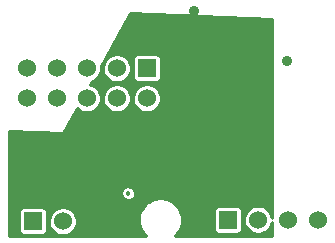
<source format=gbl>
G04 (created by PCBNEW (2013-jul-07)-stable) date Пт 28 фев 2014 10:34:58*
%MOIN*%
G04 Gerber Fmt 3.4, Leading zero omitted, Abs format*
%FSLAX34Y34*%
G01*
G70*
G90*
G04 APERTURE LIST*
%ADD10C,0.00590551*%
%ADD11R,0.06X0.06*%
%ADD12C,0.06*%
%ADD13C,0.035*%
%ADD14C,0.011811*%
%ADD15C,0.00984252*%
G04 APERTURE END LIST*
G54D10*
G54D11*
X91087Y-22137D03*
G54D12*
X91087Y-23137D03*
X90087Y-22137D03*
X90087Y-23137D03*
X89087Y-22137D03*
X89087Y-23137D03*
X88087Y-22137D03*
X88087Y-23137D03*
X87087Y-22137D03*
X87087Y-23137D03*
G54D11*
X93787Y-27187D03*
G54D12*
X94787Y-27187D03*
X95787Y-27187D03*
X96787Y-27187D03*
G54D11*
X87287Y-27237D03*
G54D12*
X88287Y-27237D03*
G54D13*
X95750Y-21900D03*
X94500Y-21900D03*
X92650Y-20225D03*
X88537Y-26687D03*
X91037Y-25687D03*
X93037Y-23937D03*
X93287Y-23187D03*
X93537Y-21187D03*
X94787Y-22937D03*
G54D14*
X90470Y-26320D02*
X90450Y-26300D01*
G54D10*
G36*
X95250Y-27720D02*
X94254Y-27720D01*
X94254Y-27472D01*
X94254Y-26871D01*
X94248Y-26838D01*
X94235Y-26808D01*
X94217Y-26781D01*
X94194Y-26757D01*
X94167Y-26739D01*
X94137Y-26726D01*
X94105Y-26720D01*
X94072Y-26720D01*
X93471Y-26720D01*
X93438Y-26726D01*
X93408Y-26739D01*
X93381Y-26757D01*
X93357Y-26780D01*
X93339Y-26807D01*
X93326Y-26837D01*
X93320Y-26869D01*
X93320Y-26902D01*
X93320Y-27503D01*
X93326Y-27536D01*
X93339Y-27566D01*
X93357Y-27593D01*
X93380Y-27617D01*
X93407Y-27635D01*
X93437Y-27648D01*
X93469Y-27654D01*
X93502Y-27654D01*
X94103Y-27654D01*
X94136Y-27648D01*
X94166Y-27635D01*
X94193Y-27617D01*
X94217Y-27594D01*
X94235Y-27567D01*
X94248Y-27537D01*
X94254Y-27505D01*
X94254Y-27472D01*
X94254Y-27720D01*
X92015Y-27720D01*
X92030Y-27707D01*
X92044Y-27693D01*
X92058Y-27679D01*
X92060Y-27677D01*
X92060Y-27677D01*
X92060Y-27677D01*
X92060Y-27677D01*
X92122Y-27601D01*
X92133Y-27585D01*
X92144Y-27568D01*
X92145Y-27566D01*
X92145Y-27566D01*
X92191Y-27480D01*
X92199Y-27461D01*
X92206Y-27443D01*
X92207Y-27440D01*
X92236Y-27347D01*
X92239Y-27328D01*
X92243Y-27308D01*
X92244Y-27305D01*
X92253Y-27208D01*
X92253Y-27198D01*
X92254Y-27187D01*
X92254Y-27184D01*
X92254Y-27170D01*
X92253Y-27159D01*
X92253Y-27149D01*
X92252Y-27146D01*
X92240Y-27049D01*
X92236Y-27030D01*
X92232Y-27011D01*
X92231Y-27008D01*
X92231Y-27008D01*
X92200Y-26915D01*
X92192Y-26897D01*
X92184Y-26879D01*
X92183Y-26876D01*
X92183Y-26876D01*
X92135Y-26791D01*
X92123Y-26775D01*
X92112Y-26759D01*
X92110Y-26757D01*
X92046Y-26683D01*
X92032Y-26669D01*
X92018Y-26656D01*
X92016Y-26654D01*
X92016Y-26654D01*
X92016Y-26654D01*
X91939Y-26594D01*
X91922Y-26583D01*
X91906Y-26572D01*
X91903Y-26571D01*
X91903Y-26571D01*
X91816Y-26527D01*
X91797Y-26520D01*
X91779Y-26512D01*
X91776Y-26512D01*
X91682Y-26485D01*
X91663Y-26482D01*
X91644Y-26478D01*
X91640Y-26478D01*
X91640Y-26478D01*
X91554Y-26471D01*
X91554Y-22422D01*
X91554Y-21821D01*
X91548Y-21788D01*
X91535Y-21758D01*
X91517Y-21731D01*
X91494Y-21707D01*
X91467Y-21689D01*
X91437Y-21676D01*
X91405Y-21670D01*
X91372Y-21670D01*
X90771Y-21670D01*
X90738Y-21676D01*
X90708Y-21689D01*
X90681Y-21707D01*
X90657Y-21730D01*
X90639Y-21757D01*
X90626Y-21787D01*
X90620Y-21819D01*
X90620Y-21852D01*
X90620Y-22453D01*
X90626Y-22486D01*
X90639Y-22516D01*
X90657Y-22543D01*
X90680Y-22567D01*
X90707Y-22585D01*
X90737Y-22598D01*
X90769Y-22604D01*
X90802Y-22604D01*
X91403Y-22604D01*
X91436Y-22598D01*
X91466Y-22585D01*
X91493Y-22567D01*
X91517Y-22544D01*
X91535Y-22517D01*
X91548Y-22487D01*
X91554Y-22455D01*
X91554Y-22422D01*
X91554Y-26471D01*
X91554Y-26471D01*
X91554Y-23091D01*
X91537Y-23001D01*
X91502Y-22917D01*
X91451Y-22840D01*
X91386Y-22775D01*
X91310Y-22724D01*
X91226Y-22688D01*
X91136Y-22670D01*
X91044Y-22669D01*
X90954Y-22687D01*
X90869Y-22721D01*
X90793Y-22771D01*
X90727Y-22835D01*
X90676Y-22911D01*
X90639Y-22995D01*
X90620Y-23085D01*
X90619Y-23176D01*
X90636Y-23266D01*
X90669Y-23352D01*
X90719Y-23429D01*
X90783Y-23495D01*
X90858Y-23547D01*
X90942Y-23584D01*
X91031Y-23603D01*
X91123Y-23605D01*
X91213Y-23589D01*
X91299Y-23556D01*
X91376Y-23507D01*
X91442Y-23444D01*
X91495Y-23369D01*
X91533Y-23285D01*
X91553Y-23196D01*
X91554Y-23091D01*
X91554Y-26471D01*
X91543Y-26470D01*
X91524Y-26471D01*
X91504Y-26471D01*
X91501Y-26471D01*
X91404Y-26483D01*
X91385Y-26487D01*
X91365Y-26491D01*
X91362Y-26492D01*
X91270Y-26522D01*
X91252Y-26530D01*
X91233Y-26538D01*
X91231Y-26539D01*
X91231Y-26539D01*
X91231Y-26539D01*
X91146Y-26587D01*
X91129Y-26598D01*
X91113Y-26609D01*
X91111Y-26611D01*
X91036Y-26674D01*
X91023Y-26688D01*
X91009Y-26702D01*
X91007Y-26705D01*
X90946Y-26781D01*
X90936Y-26798D01*
X90925Y-26814D01*
X90923Y-26817D01*
X90879Y-26904D01*
X90872Y-26922D01*
X90864Y-26940D01*
X90863Y-26943D01*
X90836Y-27037D01*
X90833Y-27056D01*
X90829Y-27076D01*
X90829Y-27079D01*
X90820Y-27176D01*
X90821Y-27196D01*
X90821Y-27215D01*
X90821Y-27218D01*
X90832Y-27315D01*
X90836Y-27334D01*
X90840Y-27354D01*
X90841Y-27357D01*
X90870Y-27450D01*
X90878Y-27468D01*
X90886Y-27486D01*
X90887Y-27489D01*
X90934Y-27574D01*
X90945Y-27590D01*
X90956Y-27607D01*
X90958Y-27609D01*
X91021Y-27684D01*
X91035Y-27698D01*
X91049Y-27712D01*
X91051Y-27714D01*
X91051Y-27714D01*
X91059Y-27720D01*
X90697Y-27720D01*
X90697Y-26323D01*
X90693Y-26279D01*
X90681Y-26236D01*
X90660Y-26197D01*
X90633Y-26163D01*
X90630Y-26160D01*
X90610Y-26139D01*
X90575Y-26111D01*
X90554Y-26100D01*
X90554Y-23091D01*
X90554Y-22091D01*
X90537Y-22001D01*
X90502Y-21917D01*
X90451Y-21840D01*
X90386Y-21775D01*
X90310Y-21724D01*
X90226Y-21688D01*
X90136Y-21670D01*
X90044Y-21669D01*
X89954Y-21687D01*
X89869Y-21721D01*
X89793Y-21771D01*
X89727Y-21835D01*
X89676Y-21911D01*
X89639Y-21995D01*
X89620Y-22085D01*
X89619Y-22176D01*
X89636Y-22266D01*
X89669Y-22352D01*
X89719Y-22429D01*
X89783Y-22495D01*
X89858Y-22547D01*
X89942Y-22584D01*
X90031Y-22603D01*
X90123Y-22605D01*
X90213Y-22589D01*
X90299Y-22556D01*
X90376Y-22507D01*
X90442Y-22444D01*
X90495Y-22369D01*
X90533Y-22285D01*
X90553Y-22196D01*
X90554Y-22091D01*
X90554Y-23091D01*
X90537Y-23001D01*
X90502Y-22917D01*
X90451Y-22840D01*
X90386Y-22775D01*
X90310Y-22724D01*
X90226Y-22688D01*
X90136Y-22670D01*
X90044Y-22669D01*
X89954Y-22687D01*
X89869Y-22721D01*
X89793Y-22771D01*
X89727Y-22835D01*
X89676Y-22911D01*
X89639Y-22995D01*
X89620Y-23085D01*
X89619Y-23176D01*
X89636Y-23266D01*
X89669Y-23352D01*
X89719Y-23429D01*
X89783Y-23495D01*
X89858Y-23547D01*
X89942Y-23584D01*
X90031Y-23603D01*
X90123Y-23605D01*
X90213Y-23589D01*
X90299Y-23556D01*
X90376Y-23507D01*
X90442Y-23444D01*
X90495Y-23369D01*
X90533Y-23285D01*
X90553Y-23196D01*
X90554Y-23091D01*
X90554Y-26100D01*
X90536Y-26091D01*
X90494Y-26078D01*
X90450Y-26073D01*
X90406Y-26077D01*
X90364Y-26090D01*
X90325Y-26111D01*
X90291Y-26138D01*
X90262Y-26172D01*
X90241Y-26211D01*
X90228Y-26253D01*
X90223Y-26297D01*
X90227Y-26341D01*
X90239Y-26384D01*
X90260Y-26423D01*
X90287Y-26457D01*
X90289Y-26460D01*
X90310Y-26480D01*
X90344Y-26508D01*
X90383Y-26529D01*
X90426Y-26542D01*
X90470Y-26547D01*
X90514Y-26543D01*
X90556Y-26530D01*
X90595Y-26509D01*
X90629Y-26482D01*
X90658Y-26448D01*
X90679Y-26409D01*
X90692Y-26367D01*
X90697Y-26323D01*
X90697Y-27720D01*
X88754Y-27720D01*
X88754Y-27191D01*
X88737Y-27101D01*
X88702Y-27017D01*
X88651Y-26940D01*
X88586Y-26875D01*
X88510Y-26824D01*
X88426Y-26788D01*
X88336Y-26770D01*
X88244Y-26769D01*
X88154Y-26787D01*
X88069Y-26821D01*
X87993Y-26871D01*
X87927Y-26935D01*
X87876Y-27011D01*
X87839Y-27095D01*
X87820Y-27185D01*
X87819Y-27276D01*
X87836Y-27366D01*
X87869Y-27452D01*
X87919Y-27529D01*
X87983Y-27595D01*
X88058Y-27647D01*
X88142Y-27684D01*
X88231Y-27703D01*
X88323Y-27705D01*
X88413Y-27689D01*
X88499Y-27656D01*
X88576Y-27607D01*
X88642Y-27544D01*
X88695Y-27469D01*
X88733Y-27385D01*
X88753Y-27296D01*
X88754Y-27191D01*
X88754Y-27720D01*
X87754Y-27720D01*
X87754Y-27522D01*
X87754Y-26921D01*
X87748Y-26888D01*
X87735Y-26858D01*
X87717Y-26831D01*
X87694Y-26807D01*
X87667Y-26789D01*
X87637Y-26776D01*
X87605Y-26770D01*
X87572Y-26770D01*
X86971Y-26770D01*
X86938Y-26776D01*
X86908Y-26789D01*
X86881Y-26807D01*
X86857Y-26830D01*
X86839Y-26857D01*
X86826Y-26887D01*
X86820Y-26919D01*
X86820Y-26952D01*
X86820Y-27553D01*
X86826Y-27586D01*
X86839Y-27616D01*
X86857Y-27643D01*
X86880Y-27667D01*
X86907Y-27685D01*
X86937Y-27698D01*
X86969Y-27704D01*
X87002Y-27704D01*
X87603Y-27704D01*
X87636Y-27698D01*
X87666Y-27685D01*
X87693Y-27667D01*
X87717Y-27644D01*
X87735Y-27617D01*
X87748Y-27587D01*
X87754Y-27555D01*
X87754Y-27522D01*
X87754Y-27720D01*
X86504Y-27720D01*
X86504Y-24223D01*
X88278Y-24300D01*
X88750Y-23461D01*
X88783Y-23495D01*
X88858Y-23547D01*
X88942Y-23584D01*
X89031Y-23603D01*
X89123Y-23605D01*
X89213Y-23589D01*
X89299Y-23556D01*
X89376Y-23507D01*
X89442Y-23444D01*
X89495Y-23369D01*
X89533Y-23285D01*
X89553Y-23196D01*
X89554Y-23091D01*
X89537Y-23001D01*
X89502Y-22917D01*
X89451Y-22840D01*
X89386Y-22775D01*
X89310Y-22724D01*
X89226Y-22688D01*
X89188Y-22681D01*
X89247Y-22576D01*
X89299Y-22556D01*
X89376Y-22507D01*
X89442Y-22444D01*
X89495Y-22369D01*
X89533Y-22285D01*
X89553Y-22196D01*
X89554Y-22091D01*
X89545Y-22046D01*
X90528Y-20300D01*
X95250Y-20497D01*
X95250Y-27121D01*
X95237Y-27051D01*
X95202Y-26967D01*
X95151Y-26890D01*
X95086Y-26825D01*
X95010Y-26774D01*
X94926Y-26738D01*
X94836Y-26720D01*
X94744Y-26719D01*
X94654Y-26737D01*
X94569Y-26771D01*
X94493Y-26821D01*
X94427Y-26885D01*
X94376Y-26961D01*
X94339Y-27045D01*
X94320Y-27135D01*
X94319Y-27226D01*
X94336Y-27316D01*
X94369Y-27402D01*
X94419Y-27479D01*
X94483Y-27545D01*
X94558Y-27597D01*
X94642Y-27634D01*
X94731Y-27653D01*
X94823Y-27655D01*
X94913Y-27639D01*
X94999Y-27606D01*
X95076Y-27557D01*
X95142Y-27494D01*
X95195Y-27419D01*
X95233Y-27335D01*
X95250Y-27257D01*
X95250Y-27720D01*
X95250Y-27720D01*
G37*
G54D15*
X95250Y-27720D02*
X94254Y-27720D01*
X94254Y-27472D01*
X94254Y-26871D01*
X94248Y-26838D01*
X94235Y-26808D01*
X94217Y-26781D01*
X94194Y-26757D01*
X94167Y-26739D01*
X94137Y-26726D01*
X94105Y-26720D01*
X94072Y-26720D01*
X93471Y-26720D01*
X93438Y-26726D01*
X93408Y-26739D01*
X93381Y-26757D01*
X93357Y-26780D01*
X93339Y-26807D01*
X93326Y-26837D01*
X93320Y-26869D01*
X93320Y-26902D01*
X93320Y-27503D01*
X93326Y-27536D01*
X93339Y-27566D01*
X93357Y-27593D01*
X93380Y-27617D01*
X93407Y-27635D01*
X93437Y-27648D01*
X93469Y-27654D01*
X93502Y-27654D01*
X94103Y-27654D01*
X94136Y-27648D01*
X94166Y-27635D01*
X94193Y-27617D01*
X94217Y-27594D01*
X94235Y-27567D01*
X94248Y-27537D01*
X94254Y-27505D01*
X94254Y-27472D01*
X94254Y-27720D01*
X92015Y-27720D01*
X92030Y-27707D01*
X92044Y-27693D01*
X92058Y-27679D01*
X92060Y-27677D01*
X92060Y-27677D01*
X92060Y-27677D01*
X92060Y-27677D01*
X92122Y-27601D01*
X92133Y-27585D01*
X92144Y-27568D01*
X92145Y-27566D01*
X92145Y-27566D01*
X92191Y-27480D01*
X92199Y-27461D01*
X92206Y-27443D01*
X92207Y-27440D01*
X92236Y-27347D01*
X92239Y-27328D01*
X92243Y-27308D01*
X92244Y-27305D01*
X92253Y-27208D01*
X92253Y-27198D01*
X92254Y-27187D01*
X92254Y-27184D01*
X92254Y-27170D01*
X92253Y-27159D01*
X92253Y-27149D01*
X92252Y-27146D01*
X92240Y-27049D01*
X92236Y-27030D01*
X92232Y-27011D01*
X92231Y-27008D01*
X92231Y-27008D01*
X92200Y-26915D01*
X92192Y-26897D01*
X92184Y-26879D01*
X92183Y-26876D01*
X92183Y-26876D01*
X92135Y-26791D01*
X92123Y-26775D01*
X92112Y-26759D01*
X92110Y-26757D01*
X92046Y-26683D01*
X92032Y-26669D01*
X92018Y-26656D01*
X92016Y-26654D01*
X92016Y-26654D01*
X92016Y-26654D01*
X91939Y-26594D01*
X91922Y-26583D01*
X91906Y-26572D01*
X91903Y-26571D01*
X91903Y-26571D01*
X91816Y-26527D01*
X91797Y-26520D01*
X91779Y-26512D01*
X91776Y-26512D01*
X91682Y-26485D01*
X91663Y-26482D01*
X91644Y-26478D01*
X91640Y-26478D01*
X91640Y-26478D01*
X91554Y-26471D01*
X91554Y-22422D01*
X91554Y-21821D01*
X91548Y-21788D01*
X91535Y-21758D01*
X91517Y-21731D01*
X91494Y-21707D01*
X91467Y-21689D01*
X91437Y-21676D01*
X91405Y-21670D01*
X91372Y-21670D01*
X90771Y-21670D01*
X90738Y-21676D01*
X90708Y-21689D01*
X90681Y-21707D01*
X90657Y-21730D01*
X90639Y-21757D01*
X90626Y-21787D01*
X90620Y-21819D01*
X90620Y-21852D01*
X90620Y-22453D01*
X90626Y-22486D01*
X90639Y-22516D01*
X90657Y-22543D01*
X90680Y-22567D01*
X90707Y-22585D01*
X90737Y-22598D01*
X90769Y-22604D01*
X90802Y-22604D01*
X91403Y-22604D01*
X91436Y-22598D01*
X91466Y-22585D01*
X91493Y-22567D01*
X91517Y-22544D01*
X91535Y-22517D01*
X91548Y-22487D01*
X91554Y-22455D01*
X91554Y-22422D01*
X91554Y-26471D01*
X91554Y-26471D01*
X91554Y-23091D01*
X91537Y-23001D01*
X91502Y-22917D01*
X91451Y-22840D01*
X91386Y-22775D01*
X91310Y-22724D01*
X91226Y-22688D01*
X91136Y-22670D01*
X91044Y-22669D01*
X90954Y-22687D01*
X90869Y-22721D01*
X90793Y-22771D01*
X90727Y-22835D01*
X90676Y-22911D01*
X90639Y-22995D01*
X90620Y-23085D01*
X90619Y-23176D01*
X90636Y-23266D01*
X90669Y-23352D01*
X90719Y-23429D01*
X90783Y-23495D01*
X90858Y-23547D01*
X90942Y-23584D01*
X91031Y-23603D01*
X91123Y-23605D01*
X91213Y-23589D01*
X91299Y-23556D01*
X91376Y-23507D01*
X91442Y-23444D01*
X91495Y-23369D01*
X91533Y-23285D01*
X91553Y-23196D01*
X91554Y-23091D01*
X91554Y-26471D01*
X91543Y-26470D01*
X91524Y-26471D01*
X91504Y-26471D01*
X91501Y-26471D01*
X91404Y-26483D01*
X91385Y-26487D01*
X91365Y-26491D01*
X91362Y-26492D01*
X91270Y-26522D01*
X91252Y-26530D01*
X91233Y-26538D01*
X91231Y-26539D01*
X91231Y-26539D01*
X91231Y-26539D01*
X91146Y-26587D01*
X91129Y-26598D01*
X91113Y-26609D01*
X91111Y-26611D01*
X91036Y-26674D01*
X91023Y-26688D01*
X91009Y-26702D01*
X91007Y-26705D01*
X90946Y-26781D01*
X90936Y-26798D01*
X90925Y-26814D01*
X90923Y-26817D01*
X90879Y-26904D01*
X90872Y-26922D01*
X90864Y-26940D01*
X90863Y-26943D01*
X90836Y-27037D01*
X90833Y-27056D01*
X90829Y-27076D01*
X90829Y-27079D01*
X90820Y-27176D01*
X90821Y-27196D01*
X90821Y-27215D01*
X90821Y-27218D01*
X90832Y-27315D01*
X90836Y-27334D01*
X90840Y-27354D01*
X90841Y-27357D01*
X90870Y-27450D01*
X90878Y-27468D01*
X90886Y-27486D01*
X90887Y-27489D01*
X90934Y-27574D01*
X90945Y-27590D01*
X90956Y-27607D01*
X90958Y-27609D01*
X91021Y-27684D01*
X91035Y-27698D01*
X91049Y-27712D01*
X91051Y-27714D01*
X91051Y-27714D01*
X91059Y-27720D01*
X90697Y-27720D01*
X90697Y-26323D01*
X90693Y-26279D01*
X90681Y-26236D01*
X90660Y-26197D01*
X90633Y-26163D01*
X90630Y-26160D01*
X90610Y-26139D01*
X90575Y-26111D01*
X90554Y-26100D01*
X90554Y-23091D01*
X90554Y-22091D01*
X90537Y-22001D01*
X90502Y-21917D01*
X90451Y-21840D01*
X90386Y-21775D01*
X90310Y-21724D01*
X90226Y-21688D01*
X90136Y-21670D01*
X90044Y-21669D01*
X89954Y-21687D01*
X89869Y-21721D01*
X89793Y-21771D01*
X89727Y-21835D01*
X89676Y-21911D01*
X89639Y-21995D01*
X89620Y-22085D01*
X89619Y-22176D01*
X89636Y-22266D01*
X89669Y-22352D01*
X89719Y-22429D01*
X89783Y-22495D01*
X89858Y-22547D01*
X89942Y-22584D01*
X90031Y-22603D01*
X90123Y-22605D01*
X90213Y-22589D01*
X90299Y-22556D01*
X90376Y-22507D01*
X90442Y-22444D01*
X90495Y-22369D01*
X90533Y-22285D01*
X90553Y-22196D01*
X90554Y-22091D01*
X90554Y-23091D01*
X90537Y-23001D01*
X90502Y-22917D01*
X90451Y-22840D01*
X90386Y-22775D01*
X90310Y-22724D01*
X90226Y-22688D01*
X90136Y-22670D01*
X90044Y-22669D01*
X89954Y-22687D01*
X89869Y-22721D01*
X89793Y-22771D01*
X89727Y-22835D01*
X89676Y-22911D01*
X89639Y-22995D01*
X89620Y-23085D01*
X89619Y-23176D01*
X89636Y-23266D01*
X89669Y-23352D01*
X89719Y-23429D01*
X89783Y-23495D01*
X89858Y-23547D01*
X89942Y-23584D01*
X90031Y-23603D01*
X90123Y-23605D01*
X90213Y-23589D01*
X90299Y-23556D01*
X90376Y-23507D01*
X90442Y-23444D01*
X90495Y-23369D01*
X90533Y-23285D01*
X90553Y-23196D01*
X90554Y-23091D01*
X90554Y-26100D01*
X90536Y-26091D01*
X90494Y-26078D01*
X90450Y-26073D01*
X90406Y-26077D01*
X90364Y-26090D01*
X90325Y-26111D01*
X90291Y-26138D01*
X90262Y-26172D01*
X90241Y-26211D01*
X90228Y-26253D01*
X90223Y-26297D01*
X90227Y-26341D01*
X90239Y-26384D01*
X90260Y-26423D01*
X90287Y-26457D01*
X90289Y-26460D01*
X90310Y-26480D01*
X90344Y-26508D01*
X90383Y-26529D01*
X90426Y-26542D01*
X90470Y-26547D01*
X90514Y-26543D01*
X90556Y-26530D01*
X90595Y-26509D01*
X90629Y-26482D01*
X90658Y-26448D01*
X90679Y-26409D01*
X90692Y-26367D01*
X90697Y-26323D01*
X90697Y-27720D01*
X88754Y-27720D01*
X88754Y-27191D01*
X88737Y-27101D01*
X88702Y-27017D01*
X88651Y-26940D01*
X88586Y-26875D01*
X88510Y-26824D01*
X88426Y-26788D01*
X88336Y-26770D01*
X88244Y-26769D01*
X88154Y-26787D01*
X88069Y-26821D01*
X87993Y-26871D01*
X87927Y-26935D01*
X87876Y-27011D01*
X87839Y-27095D01*
X87820Y-27185D01*
X87819Y-27276D01*
X87836Y-27366D01*
X87869Y-27452D01*
X87919Y-27529D01*
X87983Y-27595D01*
X88058Y-27647D01*
X88142Y-27684D01*
X88231Y-27703D01*
X88323Y-27705D01*
X88413Y-27689D01*
X88499Y-27656D01*
X88576Y-27607D01*
X88642Y-27544D01*
X88695Y-27469D01*
X88733Y-27385D01*
X88753Y-27296D01*
X88754Y-27191D01*
X88754Y-27720D01*
X87754Y-27720D01*
X87754Y-27522D01*
X87754Y-26921D01*
X87748Y-26888D01*
X87735Y-26858D01*
X87717Y-26831D01*
X87694Y-26807D01*
X87667Y-26789D01*
X87637Y-26776D01*
X87605Y-26770D01*
X87572Y-26770D01*
X86971Y-26770D01*
X86938Y-26776D01*
X86908Y-26789D01*
X86881Y-26807D01*
X86857Y-26830D01*
X86839Y-26857D01*
X86826Y-26887D01*
X86820Y-26919D01*
X86820Y-26952D01*
X86820Y-27553D01*
X86826Y-27586D01*
X86839Y-27616D01*
X86857Y-27643D01*
X86880Y-27667D01*
X86907Y-27685D01*
X86937Y-27698D01*
X86969Y-27704D01*
X87002Y-27704D01*
X87603Y-27704D01*
X87636Y-27698D01*
X87666Y-27685D01*
X87693Y-27667D01*
X87717Y-27644D01*
X87735Y-27617D01*
X87748Y-27587D01*
X87754Y-27555D01*
X87754Y-27522D01*
X87754Y-27720D01*
X86504Y-27720D01*
X86504Y-24223D01*
X88278Y-24300D01*
X88750Y-23461D01*
X88783Y-23495D01*
X88858Y-23547D01*
X88942Y-23584D01*
X89031Y-23603D01*
X89123Y-23605D01*
X89213Y-23589D01*
X89299Y-23556D01*
X89376Y-23507D01*
X89442Y-23444D01*
X89495Y-23369D01*
X89533Y-23285D01*
X89553Y-23196D01*
X89554Y-23091D01*
X89537Y-23001D01*
X89502Y-22917D01*
X89451Y-22840D01*
X89386Y-22775D01*
X89310Y-22724D01*
X89226Y-22688D01*
X89188Y-22681D01*
X89247Y-22576D01*
X89299Y-22556D01*
X89376Y-22507D01*
X89442Y-22444D01*
X89495Y-22369D01*
X89533Y-22285D01*
X89553Y-22196D01*
X89554Y-22091D01*
X89545Y-22046D01*
X90528Y-20300D01*
X95250Y-20497D01*
X95250Y-27121D01*
X95237Y-27051D01*
X95202Y-26967D01*
X95151Y-26890D01*
X95086Y-26825D01*
X95010Y-26774D01*
X94926Y-26738D01*
X94836Y-26720D01*
X94744Y-26719D01*
X94654Y-26737D01*
X94569Y-26771D01*
X94493Y-26821D01*
X94427Y-26885D01*
X94376Y-26961D01*
X94339Y-27045D01*
X94320Y-27135D01*
X94319Y-27226D01*
X94336Y-27316D01*
X94369Y-27402D01*
X94419Y-27479D01*
X94483Y-27545D01*
X94558Y-27597D01*
X94642Y-27634D01*
X94731Y-27653D01*
X94823Y-27655D01*
X94913Y-27639D01*
X94999Y-27606D01*
X95076Y-27557D01*
X95142Y-27494D01*
X95195Y-27419D01*
X95233Y-27335D01*
X95250Y-27257D01*
X95250Y-27720D01*
M02*

</source>
